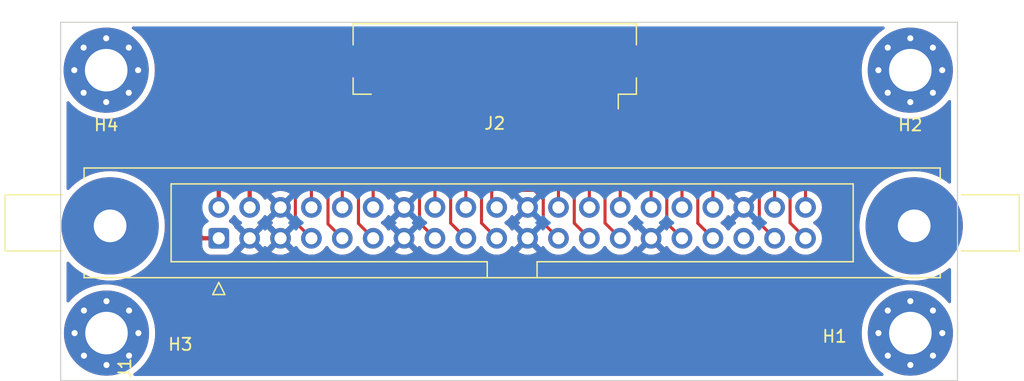
<source format=kicad_pcb>
(kicad_pcb (version 20221018) (generator pcbnew)
  (layers (0 "F.Cu" signal) (31 "B.Cu" signal) (34 "B.Paste" user) (35 "F.Paste" user) (36 "B.SilkS" user "B.Silkscreen") (37 "F.SilkS" user "F.Silkscreen") (38 "B.Mask" user) (39 "F.Mask" user) (44 "Edge.Cuts" user))
  (net 0 "")
  (net 1 "GND")
  (net 2 "LED+")
  (net 3 "+3.3V")
  (net 4 "LCD_R2")
  (net 5 "LCD_R3")
  (net 6 "LCD_R4")
  (net 7 "LCD_R5")
  (net 8 "LCD_R6")
  (net 9 "LCD_R7")
  (net 10 "LCD_G2")
  (net 11 "LCD_G3")
  (net 12 "LCD_G4")
  (net 13 "LCD_G5")
  (net 14 "LCD_G6")
  (net 15 "LCD_G7")
  (net 16 "LCD_B2")
  (net 17 "LDC_B3")
  (net 18 "LCD_B4")
  (net 19 "LCD_B5")
  (net 20 "LCD_B6")
  (net 21 "LCD_B7")
  (net 22 "LCD_CLK")
  (net 23 "LCD_BACK_LIGHT")
  (net 24 "LCD_HS")
  (net 25 "LCD_VS")
  (net 26 "LCD_DE")
  (net 28 "/Touch_X+")
  (net 29 "/Touch_Y-")
  (net 30 "/Touch_X-")
  (net 31 "/Touch_Y+")
  (net 32 "/LED-")
  (footprint "MLC_K6:PHL_2x20_Vertical" (layer "F.Cu") (at 113.1 100.63 90)
    (fp_text reference "J1" (at -10.7 -7.73 90 unlocked) (layer "F.SilkS"))
    (fp_text value "PHL-2*20-STRAIGHT-2.54mm")
    (fp_line (start -4.63 -0.5) (end -4.63 0.5) (stroke (width 0.12)) (layer "F.SilkS"))
    (fp_line (start -4.63 0.5) (end -3.63 0) (stroke (width 0.12)) (layer "F.SilkS"))
    (fp_line (start -3.63 0) (end -4.63 -0.5) (stroke (width 0.12)) (layer "F.SilkS"))
    (fp_line (start -3.24 -11.08) (end -3.24 59.34) (stroke (width 0.12)) (layer "F.SilkS"))
    (fp_line (start -3.24 22.08) (end -1.93 22.08) (stroke (width 0.12)) (layer "F.SilkS"))
    (fp_line (start -3.24 59.34) (end -2.87 59.34) (stroke (width 0.12)) (layer "F.SilkS"))
    (fp_line (start -2.87 -11.08) (end -3.24 -11.08) (stroke (width 0.12)) (layer "F.SilkS"))
    (fp_line (start -1.93 -3.92) (end 4.47 -3.92) (stroke (width 0.12)) (layer "F.SilkS"))
    (fp_line (start -1.93 22.08) (end -1.93 -3.92) (stroke (width 0.12)) (layer "F.SilkS"))
    (fp_line (start -1.93 26.18) (end -3.24 26.18) (stroke (width 0.12)) (layer "F.SilkS"))
    (fp_line (start -1.93 26.18) (end -1.93 26.18) (stroke (width 0.12)) (layer "F.SilkS"))
    (fp_line (start -1.93 52.18) (end -1.93 26.18) (stroke (width 0.12)) (layer "F.SilkS"))
    (fp_line (start -1.04 -17.58) (end 3.58 -17.58) (stroke (width 0.12)) (layer "F.SilkS"))
    (fp_line (start -1.04 -12.83) (end -1.04 -17.58) (stroke (width 0.12)) (layer "F.SilkS"))
    (fp_line (start -1.04 61.09) (end -1.04 65.84) (stroke (width 0.12)) (layer "F.SilkS"))
    (fp_line (start -1.04 65.84) (end 3.58 65.84) (stroke (width 0.12)) (layer "F.SilkS"))
    (fp_line (start 3.58 -17.58) (end 3.58 -12.83) (stroke (width 0.12)) (layer "F.SilkS"))
    (fp_line (start 3.58 65.84) (end 3.58 61.09) (stroke (width 0.12)) (layer "F.SilkS"))
    (fp_line (start 4.47 -3.92) (end 4.47 52.18) (stroke (width 0.12)) (layer "F.SilkS"))
    (fp_line (start 4.47 52.18) (end -1.93 52.18) (stroke (width 0.12)) (layer "F.SilkS"))
    (fp_line (start 4.91 -11.08) (end 5.78 -11.08) (stroke (width 0.12)) (layer "F.SilkS"))
    (fp_line (start 5.78 -11.08) (end 5.78 59.34) (stroke (width 0.12)) (layer "F.SilkS"))
    (fp_line (start 5.78 59.34) (end 4.91 59.34) (stroke (width 0.12)) (layer "F.SilkS"))
    (pad "1" thru_hole roundrect (at 0 0 90) (size 1.7 1.7) (drill 1) (layers "*.Cu" "*.Mask") (roundrect_rratio 0.147059) (net 32 "/LED-"))
    (pad "2" thru_hole circle (at 2.54 0 90) (size 1.7 1.7) (drill 1) (layers "*.Cu" "*.Mask") (net 2 "LED+"))
    (pad "3" thru_hole circle (at 0 2.54 90) (size 1.7 1.7) (drill 1) (layers "*.Cu" "*.Mask") (net 1 "GND"))
    (pad "4" thru_hole circle (at 2.54 2.54 90) (size 1.7 1.7) (drill 1) (layers "*.Cu" "*.Mask") (net 3 "+3.3V"))
    (pad "5" thru_hole circle (at 0 5.08 90) (size 1.7 1.7) (drill 1) (layers "*.Cu" "*.Mask") (net 1 "GND"))
    (pad "6" thru_hole circle (at 2.54 5.08 90) (size 1.7 1.7) (drill 1) (layers "*.Cu" "*.Mask") (net 1 "GND"))
    (pad "7" thru_hole circle (at 0 7.62 90) (size 1.7 1.7) (drill 1) (layers "*.Cu" "*.Mask") (net 4 "LCD_R2"))
    (pad "8" thru_hole circle (at 2.54 7.62 90) (size 1.7 1.7) (drill 1) (layers "*.Cu" "*.Mask") (net 5 "LCD_R3"))
    (pad "9" thru_hole circle (at 0 10.16 90) (size 1.7 1.7) (drill 1) (layers "*.Cu" "*.Mask") (net 6 "LCD_R4"))
    (pad "10" thru_hole circle (at 2.54 10.16 90) (size 1.7 1.7) (drill 1) (layers "*.Cu" "*.Mask") (net 7 "LCD_R5"))
    (pad "11" thru_hole circle (at 0 12.7 90) (size 1.7 1.7) (drill 1) (layers "*.Cu" "*.Mask") (net 8 "LCD_R6"))
    (pad "12" thru_hole circle (at 2.54 12.7 90) (size 1.7 1.7) (drill 1) (layers "*.Cu" "*.Mask") (net 9 "LCD_R7"))
    (pad "13" thru_hole circle (at 0 15.24 90) (size 1.7 1.7) (drill 1) (layers "*.Cu" "*.Mask") (net 1 "GND"))
    (pad "14" thru_hole circle (at 2.54 15.24 90) (size 1.7 1.7) (drill 1) (layers "*.Cu" "*.Mask") (net 1 "GND"))
    (pad "15" thru_hole circle (at 0 17.78 90) (size 1.7 1.7) (drill 1) (layers "*.Cu" "*.Mask") (net 10 "LCD_G2"))
    (pad "16" thru_hole circle (at 2.54 17.78 90) (size 1.7 1.7) (drill 1) (layers "*.Cu" "*.Mask") (net 11 "LCD_G3"))
    (pad "17" thru_hole circle (at 0 20.32 90) (size 1.7 1.7) (drill 1) (layers "*.Cu" "*.Mask") (net 12 "LCD_G4"))
    (pad "18" thru_hole circle (at 2.54 20.32 90) (size 1.7 1.7) (drill 1) (layers "*.Cu" "*.Mask") (net 13 "LCD_G5"))
    (pad "19" thru_hole circle (at 0 22.86 90) (size 1.7 1.7) (drill 1) (layers "*.Cu" "*.Mask") (net 14 "LCD_G6"))
    (pad "20" thru_hole circle (at 2.54 22.86 90) (size 1.7 1.7) (drill 1) (layers "*.Cu" "*.Mask") (net 15 "LCD_G7"))
    (pad "21" thru_hole circle (at 0 25.4 90) (size 1.7 1.7) (drill 1) (layers "*.Cu" "*.Mask") (net 1 "GND"))
    (pad "22" thru_hole circle (at 2.54 25.4 90) (size 1.7 1.7) (drill 1) (layers "*.Cu" "*.Mask") (net 1 "GND"))
    (pad "23" thru_hole circle (at 0 27.94 90) (size 1.7 1.7) (drill 1) (layers "*.Cu" "*.Mask") (net 16 "LCD_B2"))
    (pad "24" thru_hole circle (at 2.54 27.94 90) (size 1.7 1.7) (drill 1) (layers "*.Cu" "*.Mask") (net 17 "LDC_B3"))
    (pad "25" thru_hole circle (at 0 30.48 90) (size 1.7 1.7) (drill 1) (layers "*.Cu" "*.Mask") (net 18 "LCD_B4"))
    (pad "26" thru_hole circle (at 2.54 30.48 90) (size 1.7 1.7) (drill 1) (layers "*.Cu" "*.Mask") (net 19 "LCD_B5"))
    (pad "27" thru_hole circle (at 0 33.02 90) (size 1.7 1.7) (drill 1) (layers "*.Cu" "*.Mask") (net 20 "LCD_B6"))
    (pad "28" thru_hole circle (at 2.54 33.02 90) (size 1.7 1.7) (drill 1) (layers "*.Cu" "*.Mask") (net 21 "LCD_B7"))
    (pad "29" thru_hole circle (at 0 35.56 90) (size 1.7 1.7) (drill 1) (layers "*.Cu" "*.Mask") (net 1 "GND"))
    (pad "30" thru_hole circle (at 2.54 35.56 90) (size 1.7 1.7) (drill 1) (layers "*.Cu" "*.Mask") (net 22 "LCD_CLK"))
    (pad "31" thru_hole circle (at 0 38.1 90) (size 1.7 1.7) (drill 1) (layers "*.Cu" "*.Mask") (net 23 "LCD_BACK_LIGHT"))
    (pad "32" thru_hole circle (at 2.54 38.1 90) (size 1.7 1.7) (drill 1) (layers "*.Cu" "*.Mask") (net 24 "LCD_HS"))
    (pad "33" thru_hole circle (at 0 40.64 90) (size 1.7 1.7) (drill 1) (layers "*.Cu" "*.Mask") (net 25 "LCD_VS"))
    (pad "34" thru_hole circle (at 2.54 40.64 90) (size 1.7 1.7) (drill 1) (layers "*.Cu" "*.Mask") (net 26 "LCD_DE"))
    (pad "35" thru_hole circle (at 0 43.18 90) (size 1.7 1.7) (drill 1) (layers "*.Cu" "*.Mask"))
    (pad "36" thru_hole circle (at 2.54 43.18 90) (size 1.7 1.7) (drill 1) (layers "*.Cu" "*.Mask") (net 1 "GND"))
    (pad "37" thru_hole circle (at 0 45.72 90) (size 1.7 1.7) (drill 1) (layers "*.Cu" "*.Mask") (net 28 "/Touch_X+"))
    (pad "38" thru_hole circle (at 2.54 45.72 90) (size 1.7 1.7) (drill 1) (layers "*.Cu" "*.Mask") (net 29 "/Touch_Y-"))
    (pad "39" thru_hole circle (at 0 48.26 90) (size 1.7 1.7) (drill 1) (layers "*.Cu" "*.Mask") (net 30 "/Touch_X-"))
    (pad "40" thru_hole circle (at 2.54 48.26 90) (size 1.7 1.7) (drill 1) (layers "*.Cu" "*.Mask") (net 31 "/Touch_Y+"))
    (pad "MP" thru_hole circle (at 1.02 -8.94 90) (size 8 8) (drill 2.69) (layers "*.Cu" "*.Mask"))
    (pad "MP" thru_hole circle (at 1.02 57.2 90) (size 8 8) (drill 2.69) (layers "*.Cu" "*.Mask"))
  )
  (footprint "MountingHole:MountingHole_3.5mm_Pad_Via" (layer "F.Cu") (at 169.98 86.805 180)
    (fp_text reference "H2" (at 0 -4.5) (layer "F.SilkS"))
    (fp_text value "MountingHole")
    (pad "1" thru_hole circle (at -2.625 0 180) (size 0.8 0.8) (drill 0.5) (layers "*.Cu" "*.Mask"))
    (pad "1" thru_hole circle (at -1.856155 -1.856155 180) (size 0.8 0.8) (drill 0.5) (layers "*.Cu" "*.Mask"))
    (pad "1" thru_hole circle (at -1.856155 1.856155 180) (size 0.8 0.8) (drill 0.5) (layers "*.Cu" "*.Mask"))
    (pad "1" thru_hole circle (at 0 -2.625 180) (size 0.8 0.8) (drill 0.5) (layers "*.Cu" "*.Mask"))
    (pad "1" thru_hole circle (at 0 0 180) (size 7 7) (drill 3.5) (layers "*.Cu" "*.Mask"))
    (pad "1" thru_hole circle (at 0 2.625 180) (size 0.8 0.8) (drill 0.5) (layers "*.Cu" "*.Mask"))
    (pad "1" thru_hole circle (at 1.856155 -1.856155 180) (size 0.8 0.8) (drill 0.5) (layers "*.Cu" "*.Mask"))
    (pad "1" thru_hole circle (at 1.856155 1.856155 180) (size 0.8 0.8) (drill 0.5) (layers "*.Cu" "*.Mask"))
    (pad "1" thru_hole circle (at 2.625 0 180) (size 0.8 0.8) (drill 0.5) (layers "*.Cu" "*.Mask"))
  )
  (footprint "MountingHole:MountingHole_3.5mm_Pad_Via" (layer "F.Cu") (at 103.84 86.805 180)
    (fp_text reference "H4" (at 0 -4.5) (layer "F.SilkS"))
    (fp_text value "MountingHole")
    (pad "1" thru_hole circle (at -2.625 0 180) (size 0.8 0.8) (drill 0.5) (layers "*.Cu" "*.Mask"))
    (pad "1" thru_hole circle (at -1.856155 -1.856155 180) (size 0.8 0.8) (drill 0.5) (layers "*.Cu" "*.Mask"))
    (pad "1" thru_hole circle (at -1.856155 1.856155 180) (size 0.8 0.8) (drill 0.5) (layers "*.Cu" "*.Mask"))
    (pad "1" thru_hole circle (at 0 -2.625 180) (size 0.8 0.8) (drill 0.5) (layers "*.Cu" "*.Mask"))
    (pad "1" thru_hole circle (at 0 0 180) (size 7 7) (drill 3.5) (layers "*.Cu" "*.Mask"))
    (pad "1" thru_hole circle (at 0 2.625 180) (size 0.8 0.8) (drill 0.5) (layers "*.Cu" "*.Mask"))
    (pad "1" thru_hole circle (at 1.856155 -1.856155 180) (size 0.8 0.8) (drill 0.5) (layers "*.Cu" "*.Mask"))
    (pad "1" thru_hole circle (at 1.856155 1.856155 180) (size 0.8 0.8) (drill 0.5) (layers "*.Cu" "*.Mask"))
    (pad "1" thru_hole circle (at 2.625 0 180) (size 0.8 0.8) (drill 0.5) (layers "*.Cu" "*.Mask"))
  )
  (footprint "MLC_K7:FPC-40way_P0.50mm_Horizontal" (layer "F.Cu") (at 135.8 87.48 180)
    (fp_text reference "J2" (at 0 -3.7) (layer "F.SilkS"))
    (fp_text value "Conn_01x40_Socket")
    (fp_line (start -11.65 -1.3) (end -11.65 0.04) (stroke (width 0.12)) (layer "F.SilkS"))
    (fp_line (start -11.65 2.76) (end -11.65 4.5) (stroke (width 0.12)) (layer "F.SilkS"))
    (fp_line (start -11.65 4.5) (end 11.65 4.5) (stroke (width 0.12)) (layer "F.SilkS"))
    (fp_line (start -10.16 -1.3) (end -11.65 -1.3) (stroke (width 0.12)) (layer "F.SilkS"))
    (fp_line (start -10.16 -1.3) (end -10.16 -2.5) (stroke (width 0.12)) (layer "F.SilkS"))
    (fp_line (start 10.16 -1.3) (end 11.65 -1.3) (stroke (width 0.12)) (layer "F.SilkS"))
    (fp_line (start 11.65 -1.3) (end 11.65 0.04) (stroke (width 0.12)) (layer "F.SilkS"))
    (fp_line (start 11.65 4.5) (end 11.65 2.76) (stroke (width 0.12)) (layer "F.SilkS"))
    (pad "1" smd rect (at 9.75 -1.85 180) (size 0.3 1.3) (layers "F.Cu" "F.Paste" "F.Mask") (net 32 "/LED-"))
    (pad "2" smd rect (at 9.25 -1.85 180) (size 0.3 1.3) (layers "F.Cu" "F.Paste" "F.Mask") (net 2 "LED+"))
    (pad "3" smd rect (at 8.75 -1.85 180) (size 0.3 1.3) (layers "F.Cu" "F.Paste" "F.Mask") (net 1 "GND"))
    (pad "4" smd rect (at 8.25 -1.85 180) (size 0.3 1.3) (layers "F.Cu" "F.Paste" "F.Mask") (net 3 "+3.3V"))
    (pad "5" smd rect (at 7.75 -1.85 180) (size 0.3 1.3) (layers "F.Cu" "F.Paste" "F.Mask") (net 1 "GND"))
    (pad "6" smd rect (at 7.25 -1.85 180) (size 0.3 1.3) (layers "F.Cu" "F.Paste" "F.Mask") (net 1 "GND"))
    (pad "7" smd rect (at 6.75 -1.85 180) (size 0.3 1.3) (layers "F.Cu" "F.Paste" "F.Mask") (net 4 "LCD_R2"))
    (pad "8" smd rect (at 6.25 -1.85 180) (size 0.3 1.3) (layers "F.Cu" "F.Paste" "F.Mask") (net 5 "LCD_R3"))
    (pad "9" smd rect (at 5.75 -1.85 180) (size 0.3 1.3) (layers "F.Cu" "F.Paste" "F.Mask") (net 6 "LCD_R4"))
    (pad "10" smd rect (at 5.25 -1.85 180) (size 0.3 1.3) (layers "F.Cu" "F.Paste" "F.Mask") (net 7 "LCD_R5"))
    (pad "11" smd rect (at 4.75 -1.85 180) (size 0.3 1.3) (layers "F.Cu" "F.Paste" "F.Mask") (net 8 "LCD_R6"))
    (pad "12" smd rect (at 4.25 -1.85 180) (size 0.3 1.3) (layers "F.Cu" "F.Paste" "F.Mask") (net 9 "LCD_R7"))
    (pad "13" smd rect (at 3.75 -1.85 180) (size 0.3 1.3) (layers "F.Cu" "F.Paste" "F.Mask") (net 1 "GND"))
    (pad "14" smd rect (at 3.25 -1.85 180) (size 0.3 1.3) (layers "F.Cu" "F.Paste" "F.Mask") (net 1 "GND"))
    (pad "15" smd rect (at 2.75 -1.85 180) (size 0.3 1.3) (layers "F.Cu" "F.Paste" "F.Mask") (net 10 "LCD_G2"))
    (pad "16" smd rect (at 2.25 -1.85 180) (size 0.3 1.3) (layers "F.Cu" "F.Paste" "F.Mask") (net 11 "LCD_G3"))
    (pad "17" smd rect (at 1.75 -1.85 180) (size 0.3 1.3) (layers "F.Cu" "F.Paste" "F.Mask") (net 12 "LCD_G4"))
    (pad "18" smd rect (at 1.25 -1.85 180) (size 0.3 1.3) (layers "F.Cu" "F.Paste" "F.Mask") (net 13 "LCD_G5"))
    (pad "19" smd rect (at 0.75 -1.85 180) (size 0.3 1.3) (layers "F.Cu" "F.Paste" "F.Mask") (net 14 "LCD_G6"))
    (pad "20" smd rect (at 0.25 -1.85 180) (size 0.3 1.3) (layers "F.Cu" "F.Paste" "F.Mask") (net 15 "LCD_G7"))
    (pad "21" smd rect (at -0.25 -1.85 180) (size 0.3 1.3) (layers "F.Cu" "F.Paste" "F.Mask") (net 1 "GND"))
    (pad "22" smd rect (at -0.75 -1.85 180) (size 0.3 1.3) (layers "F.Cu" "F.Paste" "F.Mask") (net 1 "GND"))
    (pad "23" smd rect (at -1.25 -1.85 180) (size 0.3 1.3) (layers "F.Cu" "F.Paste" "F.Mask") (net 16 "LCD_B2"))
    (pad "24" smd rect (at -1.75 -1.85 180) (size 0.3 1.3) (layers "F.Cu" "F.Paste" "F.Mask") (net 17 "LDC_B3"))
    (pad "25" smd rect (at -2.25 -1.85 180) (size 0.3 1.3) (layers "F.Cu" "F.Paste" "F.Mask") (net 18 "LCD_B4"))
    (pad "26" smd rect (at -2.75 -1.85 180) (size 0.3 1.3) (layers "F.Cu" "F.Paste" "F.Mask") (net 19 "LCD_B5"))
    (pad "27" smd rect (at -3.25 -1.85 180) (size 0.3 1.3) (layers "F.Cu" "F.Paste" "F.Mask") (net 20 "LCD_B6"))
    (pad "28" smd rect (at -3.75 -1.85 180) (size 0.3 1.3) (layers "F.Cu" "F.Paste" "F.Mask") (net 21 "LCD_B7"))
    (pad "29" smd rect (at -4.25 -1.85 180) (size 0.3 1.3) (layers "F.Cu" "F.Paste" "F.Mask") (net 1 "GND"))
    (pad "30" smd rect (at -4.75 -1.85 180) (size 0.3 1.3) (layers "F.Cu" "F.Paste" "F.Mask") (net 22 "LCD_CLK"))
    (pad "31" smd rect (at -5.25 -1.85 180) (size 0.3 1.3) (layers "F.Cu" "F.Paste" "F.Mask") (net 23 "LCD_BACK_LIGHT"))
    (pad "32" smd rect (at -5.75 -1.85 180) (size 0.3 1.3) (layers "F.Cu" "F.Paste" "F.Mask") (net 24 "LCD_HS"))
    (pad "33" smd rect (at -6.25 -1.85 180) (size 0.3 1.3) (layers "F.Cu" "F.Paste" "F.Mask") (net 25 "LCD_VS"))
    (pad "34" smd rect (at -6.75 -1.85 180) (size 0.3 1.3) (layers "F.Cu" "F.Paste" "F.Mask") (net 26 "LCD_DE"))
    (pad "35" smd rect (at -7.25 -1.85 180) (size 0.3 1.3) (layers "F.Cu" "F.Paste" "F.Mask"))
    (pad "36" smd rect (at -7.75 -1.85 180) (size 0.3 1.3) (layers "F.Cu" "F.Paste" "F.Mask") (net 1 "GND"))
    (pad "37" smd rect (at -8.25 -1.85 180) (size 0.3 1.3) (layers "F.Cu" "F.Paste" "F.Mask") (net 28 "/Touch_X+"))
    (pad "38" smd rect (at -8.75 -1.85 180) (size 0.3 1.3) (layers "F.Cu" "F.Paste" "F.Mask") (net 29 "/Touch_Y-"))
    (pad "39" smd rect (at -9.25 -1.85 180) (size 0.3 1.3) (layers "F.Cu" "F.Paste" "F.Mask") (net 30 "/Touch_X-"))
    (pad "40" smd rect (at -9.75 -1.85 180) (size 0.3 1.3) (layers "F.Cu" "F.Paste" "F.Mask") (net 31 "/Touch_Y+"))
    (pad "MP" smd rect (at -11.65 1.4 180) (size 1.8 2.2) (layers "F.Cu" "F.Paste" "F.Mask"))
    (pad "MP" smd rect (at 11.65 1.4 180) (size 1.8 2.2) (layers "F.Cu" "F.Paste" "F.Mask"))
  )
  (footprint "MountingHole:MountingHole_3.5mm_Pad_Via" (layer "F.Cu") (at 103.865 108.43 180)
    (fp_text reference "H3" (at -6.075 -0.93) (layer "F.SilkS"))
    (fp_text value "MountingHole")
    (pad "1" thru_hole circle (at -2.625 0 180) (size 0.8 0.8) (drill 0.5) (layers "*.Cu" "*.Mask"))
    (pad "1" thru_hole circle (at -1.856155 -1.856155 180) (size 0.8 0.8) (drill 0.5) (layers "*.Cu" "*.Mask"))
    (pad "1" thru_hole circle (at -1.856155 1.856155 180) (size 0.8 0.8) (drill 0.5) (layers "*.Cu" "*.Mask"))
    (pad "1" thru_hole circle (at 0 -2.625 180) (size 0.8 0.8) (drill 0.5) (layers "*.Cu" "*.Mask"))
    (pad "1" thru_hole circle (at 0 0 180) (size 7 7) (drill 3.5) (layers "*.Cu" "*.Mask"))
    (pad "1" thru_hole circle (at 0 2.625 180) (size 0.8 0.8) (drill 0.5) (layers "*.Cu" "*.Mask"))
    (pad "1" thru_hole circle (at 1.856155 -1.856155 180) (size 0.8 0.8) (drill 0.5) (layers "*.Cu" "*.Mask"))
    (pad "1" thru_hole circle (at 1.856155 1.856155 180) (size 0.8 0.8) (drill 0.5) (layers "*.Cu" "*.Mask"))
    (pad "1" thru_hole circle (at 2.625 0 180) (size 0.8 0.8) (drill 0.5) (layers "*.Cu" "*.Mask"))
  )
  (footprint "MountingHole:MountingHole_3.5mm_Pad_Via" (layer "F.Cu") (at 169.985 108.43 180)
    (fp_text reference "H1" (at 6.235 -0.27) (layer "F.SilkS"))
    (fp_text value "MountingHole")
    (pad "1" thru_hole circle (at -2.625 0 180) (size 0.8 0.8) (drill 0.5) (layers "*.Cu" "*.Mask"))
    (pad "1" thru_hole circle (at -1.856155 -1.856155 180) (size 0.8 0.8) (drill 0.5) (layers "*.Cu" "*.Mask"))
    (pad "1" thru_hole circle (at -1.856155 1.856155 180) (size 0.8 0.8) (drill 0.5) (layers "*.Cu" "*.Mask"))
    (pad "1" thru_hole circle (at 0 -2.625 180) (size 0.8 0.8) (drill 0.5) (layers "*.Cu" "*.Mask"))
    (pad "1" thru_hole circle (at 0 0 180) (size 7 7) (drill 3.5) (layers "*.Cu" "*.Mask"))
    (pad "1" thru_hole circle (at 0 2.625 180) (size 0.8 0.8) (drill 0.5) (layers "*.Cu" "*.Mask"))
    (pad "1" thru_hole circle (at 1.856155 -1.856155 180) (size 0.8 0.8) (drill 0.5) (layers "*.Cu" "*.Mask"))
    (pad "1" thru_hole circle (at 1.856155 1.856155 180) (size 0.8 0.8) (drill 0.5) (layers "*.Cu" "*.Mask"))
    (pad "1" thru_hole circle (at 2.625 0 180) (size 0.8 0.8) (drill 0.5) (layers "*.Cu" "*.Mask"))
  )
  (gr_line (start 173.86 82.87) (end 173.86 112.34) (stroke (width 0.1)) (layer "Edge.Cuts"))
  (gr_line (start 100.09 112.34) (end 100.09 82.91) (stroke (width 0.1)) (layer "Edge.Cuts"))
  (gr_line (start 100.09 82.87) (end 173.86 82.87) (stroke (width 0.1)) (layer "Edge.Cuts"))
  (gr_line (start 173.86 112.34) (end 100.09 112.34) (stroke (width 0.1)) (layer "Edge.Cuts"))
  (segment (start 140.05 89.33) (end 140.05 87.97) (width 0.254) (layer "F.Cu") (net 1))
  (segment (start 128.55 87.98) (end 128.62 87.91) (width 0.254) (layer "F.Cu") (net 1))
  (segment (start 132.05 87.81) (end 132 87.76) (width 0.254) (layer "F.Cu") (net 1))
  (segment (start 132.05 89.33) (end 132.05 87.81) (width 0.254) (layer "F.Cu") (net 1))
  (segment (start 132.55 87.73) (end 132.26 87.44) (width 0.254) (layer "F.Cu") (net 1))
  (segment (start 140.05 87.97) (end 139.93 87.85) (width 0.254) (layer "F.Cu") (net 1))
  (segment (start 136.05 89.33) (end 136.05 87.3) (width 0.254) (layer "F.Cu") (net 1))
  (segment (start 143.55 89.33) (end 143.55 87.97) (width 0.254) (layer "F.Cu") (net 1))
  (segment (start 128.05 89.33) (end 128.05 87.77) (width 0.254) (layer "F.Cu") (net 1))
  (segment (start 132.55 89.33) (end 132.55 87.73) (width 0.254) (layer "F.Cu") (net 1))
  (segment (start 127.05 89.33) (end 127.05 87.83) (width 0.254) (layer "F.Cu") (net 1))
  (segment (start 127.05 87.83) (end 127.1 87.78) (width 0.254) (layer "F.Cu") (net 1))
  (segment (start 128.05 87.77) (end 127.99 87.71) (width 0.254) (layer "F.Cu") (net 1))
  (segment (start 136.05 87.3) (end 135.93 87.18) (width 0.254) (layer "F.Cu") (net 1))
  (segment (start 143.55 87.97) (end 143.74 87.78) (width 0.254) (layer "F.Cu") (net 1))
  (segment (start 136.55 87.44) (end 136.38 87.27) (width 0.254) (layer "F.Cu") (net 1))
  (segment (start 128.55 89.33) (end 128.55 87.98) (width 0.254) (layer "F.Cu") (net 1))
  (segment (start 136.55 89.33) (end 136.55 87.44) (width 0.254) (layer "F.Cu") (net 1))
  (segment (start 126.55 90.6) (end 126.55 89.33) (width 0.254) (layer "F.Cu") (net 2))
  (segment (start 113.86 90.82) (end 113.1 91.58) (width 0.35) (layer "F.Cu") (net 2))
  (segment (start 126.33 90.82) (end 113.86 90.82) (width 0.35) (layer "F.Cu") (net 2))
  (segment (start 126.55 90.6) (end 126.33 90.82) (width 0.35) (layer "F.Cu") (net 2))
  (segment (start 113.1 91.58) (end 113.1 98.09) (width 0.35) (layer "F.Cu") (net 2))
  (segment (start 116.21 91.61) (end 116.34 91.48) (width 0.35) (layer "F.Cu") (net 3))
  (segment (start 121.42 91.48) (end 127.1 91.48) (width 0.35) (layer "F.Cu") (net 3))
  (segment (start 116.34 91.48) (end 121.42 91.48) (width 0.35) (layer "F.Cu") (net 3))
  (segment (start 115.64 92.18) (end 116.21 91.61) (width 0.35) (layer "F.Cu") (net 3))
  (segment (start 127.55 91.03) (end 127.55 89.33) (width 0.254) (layer "F.Cu") (net 3))
  (segment (start 115.64 98.09) (end 115.64 92.18) (width 0.35) (layer "F.Cu") (net 3))
  (segment (start 127.1 91.48) (end 127.55 91.03) (width 0.35) (layer "F.Cu") (net 3))
  (segment (start 119.848 91.982) (end 128.678 91.982) (width 0.254) (layer "F.Cu") (net 4))
  (segment (start 129.05 91.61) (end 129.05 89.33) (width 0.254) (layer "F.Cu") (net 4))
  (segment (start 120.72 100.63) (end 119.4 99.31) (width 0.254) (layer "F.Cu") (net 4))
  (segment (start 119.4 92.43) (end 119.848 91.982) (width 0.254) (layer "F.Cu") (net 4))
  (segment (start 119.4 99.31) (end 119.4 92.43) (width 0.254) (layer "F.Cu") (net 4))
  (segment (start 128.678 91.982) (end 129.05 91.61) (width 0.254) (layer "F.Cu") (net 4))
  (segment (start 129.55 92.22) (end 129.55 89.363) (width 0.254) (layer "F.Cu") (net 5))
  (segment (start 129.334 92.436) (end 129.55 92.22) (width 0.254) (layer "F.Cu") (net 5))
  (segment (start 120.72 98.09) (end 120.72 92.82) (width 0.254) (layer "F.Cu") (net 5))
  (segment (start 129.55 89.363) (end 129.573 89.34) (width 0.254) (layer "F.Cu") (net 5))
  (segment (start 120.72 92.82) (end 121.104 92.436) (width 0.254) (layer "F.Cu") (net 5))
  (segment (start 121.104 92.436) (end 129.334 92.436) (width 0.254) (layer "F.Cu") (net 5))
  (segment (start 130.06 89.34) (end 130.05 89.33) (width 0.254) (layer "F.Cu") (net 6))
  (segment (start 122.083 99.453) (end 122.083 93.187) (width 0.254) (layer "F.Cu") (net 6))
  (segment (start 122.083 93.187) (end 122.38 92.89) (width 0.254) (layer "F.Cu") (net 6))
  (segment (start 130.06 92.352052) (end 130.06 89.34) (width 0.254) (layer "F.Cu") (net 6))
  (segment (start 123.26 100.63) (end 122.083 99.453) (width 0.254) (layer "F.Cu") (net 6))
  (segment (start 129.522052 92.89) (end 130.06 92.352052) (width 0.254) (layer "F.Cu") (net 6))
  (segment (start 122.38 92.89) (end 129.522052 92.89) (width 0.254) (layer "F.Cu") (net 6))
  (segment (start 130.55 89.33) (end 130.55 92.504104) (width 0.254) (layer "F.Cu") (net 7))
  (segment (start 130.55 92.504104) (end 129.710104 93.344) (width 0.254) (layer "F.Cu") (net 7))
  (segment (start 123.26 93.94) (end 123.26 98.09) (width 0.254) (layer "F.Cu") (net 7))
  (segment (start 123.856 93.344) (end 123.26 93.94) (width 0.254) (layer "F.Cu") (net 7))
  (segment (start 129.710104 93.344) (end 123.856 93.344) (width 0.254) (layer "F.Cu") (net 7))
  (segment (start 131.05 92.646156) (end 129.898156 93.798) (width 0.254) (layer "F.Cu") (net 8))
  (segment (start 124.59 99.42) (end 125.8 100.63) (width 0.254) (layer "F.Cu") (net 8))
  (segment (start 125.242 93.798) (end 124.59 94.45) (width 0.254) (layer "F.Cu") (net 8))
  (segment (start 131.05 89.33) (end 131.05 92.646156) (width 0.254) (layer "F.Cu") (net 8))
  (segment (start 124.59 94.45) (end 124.59 99.42) (width 0.254) (layer "F.Cu") (net 8))
  (segment (start 129.898156 93.798) (end 125.242 93.798) (width 0.254) (layer "F.Cu") (net 8))
  (segment (start 130.086208 94.252) (end 126.198 94.252) (width 0.254) (layer "F.Cu") (net 9))
  (segment (start 131.55 89.33) (end 131.55 92.788208) (width 0.254) (layer "F.Cu") (net 9))
  (segment (start 126.198 94.252) (end 125.8 94.65) (width 0.254) (layer "F.Cu") (net 9))
  (segment (start 125.8 94.65) (end 125.8 98.09) (width 0.254) (layer "F.Cu") (net 9))
  (segment (start 131.55 92.788208) (end 130.086208 94.252) (width 0.254) (layer "F.Cu") (net 9))
  (segment (start 133.05 89.33) (end 133.05 92.04) (width 0.254) (layer "F.Cu") (net 10))
  (segment (start 129.61 95.48) (end 129.61 99.36) (width 0.254) (layer "F.Cu") (net 10))
  (segment (start 129.61 99.36) (end 130.88 100.63) (width 0.254) (layer "F.Cu") (net 10))
  (segment (start 133.05 92.04) (end 129.61 95.48) (width 0.254) (layer "F.Cu") (net 10))
  (segment (start 130.88 94.99) (end 130.88 98.09) (width 0.254) (layer "F.Cu") (net 11))
  (segment (start 133.55 89.33) (end 133.55 92.32) (width 0.254) (layer "F.Cu") (net 11))
  (segment (start 133.55 92.32) (end 130.88 94.99) (width 0.254) (layer "F.Cu") (net 11))
  (segment (start 132.17 99.38) (end 133.42 100.63) (width 0.254) (layer "F.Cu") (net 12))
  (segment (start 134.05 92.63) (end 132.17 94.51) (width 0.254) (layer "F.Cu") (net 12))
  (segment (start 132.17 94.51) (end 132.17 99.38) (width 0.254) (layer "F.Cu") (net 12))
  (segment (start 134.05 89.33) (end 134.05 92.63) (width 0.254) (layer "F.Cu") (net 12))
  (segment (start 134.55 89.33) (end 134.55 92.78) (width 0.254) (layer "F.Cu") (net 13))
  (segment (start 134.55 92.78) (end 133.42 93.91) (width 0.254) (layer "F.Cu") (net 13))
  (segment (start 133.42 93.91) (end 133.42 98.09) (width 0.254) (layer "F.Cu") (net 13))
  (segment (start 135.05 89.33) (end 135.05 92.922052) (width 0.254) (layer "F.Cu") (net 14))
  (segment (start 134.71 99.38) (end 135.96 100.63) (width 0.254) (layer "F.Cu") (net 14))
  (segment (start 134.71 93.262052) (end 134.71 99.38) (width 0.254) (layer "F.Cu") (net 14))
  (segment (start 135.05 92.922052) (end 134.71 93.262052) (width 0.254) (layer "F.Cu") (net 14))
  (segment (start 135.55 97.68) (end 135.96 98.09) (width 0.254) (layer "F.Cu") (net 15))
  (segment (start 135.55 89.33) (end 135.55 97.68) (width 0.254) (layer "F.Cu") (net 15))
  (segment (start 139.06 96.69) (end 139.79 97.42) (width 0.254) (layer "F.Cu") (net 16))
  (segment (start 139.79 97.42) (end 139.79 99.38) (width 0.254) (layer "F.Cu") (net 16))
  (segment (start 137.64 96.69) (end 139.06 96.69) (width 0.254) (layer "F.Cu") (net 16))
  (segment (start 137.05 96.1) (end 137.64 96.69) (width 0.254) (layer "F.Cu") (net 16))
  (segment (start 137.05 89.33) (end 137.05 96.1) (width 0.254) (layer "F.Cu") (net 16))
  (segment (start 139.79 99.38) (end 141.04 100.63) (width 0.254) (layer "F.Cu") (net 16))
  (segment (start 137.86 96.2) (end 140.83 96.2) (width 0.254) (layer "F.Cu") (net 17))
  (segment (start 141.04 96.41) (end 141.04 98.09) (width 0.254) (layer "F.Cu") (net 17))
  (segment (start 137.55 89.33) (end 137.55 95.89) (width 0.254) (layer "F.Cu") (net 17))
  (segment (start 140.83 96.2) (end 141.04 96.41) (width 0.254) (layer "F.Cu") (net 17))
  (segment (start 137.55 95.89) (end 137.86 96.2) (width 0.254) (layer "F.Cu") (net 17))
  (segment (start 141.92 95.67) (end 142.34 96.09) (width 0.254) (layer "F.Cu") (net 18))
  (segment (start 138.05 89.33) (end 138.04 89.33) (width 0.254) (layer "F.Cu") (net 18))
  (segment (start 142.34 96.09) (end 142.34 99.39) (width 0.254) (layer "F.Cu") (net 18))
  (segment (start 138.34 95.67) (end 141.92 95.67) (width 0.254) (layer "F.Cu") (net 18))
  (segment (start 138.04 89.33) (end 138.027 89.343) (width 0.254) (layer "F.Cu") (net 18))
  (segment (start 138.027 89.343) (end 138.027 95.357) (width 0.254) (layer "F.Cu") (net 18))
  (segment (start 142.34 99.39) (end 143.58 100.63) (width 0.254) (layer "F.Cu") (net 18))
  (segment (start 138.027 95.357) (end 138.34 95.67) (width 0.254) (layer "F.Cu") (net 18))
  (segment (start 142.7 95.13) (end 143.58 96.01) (width 0.254) (layer "F.Cu") (net 19))
  (segment (start 138.81 95.13) (end 142.7 95.13) (width 0.254) (layer "F.Cu") (net 19))
  (segment (start 138.55 89.33) (end 138.55 94.87) (width 0.254) (layer "F.Cu") (net 19))
  (segment (start 138.55 94.87) (end 138.81 95.13) (width 0.254) (layer "F.Cu") (net 19))
  (segment (start 143.58 96.01) (end 143.58 98.09) (width 0.254) (layer "F.Cu") (net 19))
  (segment (start 139.456 94.676) (end 144.216 94.676) (width 0.254) (layer "F.Cu") (net 20))
  (segment (start 139.05 89.33) (end 139.05 94.27) (width 0.254) (layer "F.Cu") (net 20))
  (segment (start 139.05 94.27) (end 139.456 94.676) (width 0.254) (layer "F.Cu") (net 20))
  (segment (start 144.87 99.38) (end 146.12 100.63) (width 0.254) (layer "F.Cu") (net 20))
  (segment (start 144.87 95.33) (end 144.87 99.38) (width 0.254) (layer "F.Cu") (net 20))
  (segment (start 144.216 94.676) (end 144.87 95.33) (width 0.254) (layer "F.Cu") (net 20))
  (segment (start 139.55 93.54) (end 140.18 94.17) (width 0.254) (layer "F.Cu") (net 21))
  (segment (start 140.18 94.17) (end 145.42 94.17) (width 0.254) (layer "F.Cu") (net 21))
  (segment (start 139.55 89.33) (end 139.55 93.54) (width 0.254) (layer "F.Cu") (net 21))
  (segment (start 146.12 94.87) (end 146.12 98.09) (width 0.254) (layer "F.Cu") (net 21))
  (segment (start 145.42 94.17) (end 146.12 94.87) (width 0.254) (layer "F.Cu") (net 21))
  (segment (start 147.996 93.716) (end 148.66 94.38) (width 0.254) (layer "F.Cu") (net 22))
  (segment (start 140.55 89.33) (end 140.55 93.26) (width 0.254) (layer "F.Cu") (net 22))
  (segment (start 141.006 93.716) (end 147.996 93.716) (width 0.254) (layer "F.Cu") (net 22))
  (segment (start 148.66 94.38) (end 148.66 98.09) (width 0.254) (layer "F.Cu") (net 22))
  (segment (start 140.55 93.26) (end 141.006 93.716) (width 0.254) (layer "F.Cu") (net 22))
  (segment (start 148.932 93.262) (end 149.95 94.28) (width 0.254) (layer "F.Cu") (net 23))
  (segment (start 141.05 92.8) (end 141.512 93.262) (width 0.254) (layer "F.Cu") (net 23))
  (segment (start 149.95 94.28) (end 149.95 99.38) (width 0.254) (layer "F.Cu") (net 23))
  (segment (start 141.05 89.33) (end 141.05 92.8) (width 0.254) (layer "F.Cu") (net 23))
  (segment (start 141.512 93.262) (end 148.932 93.262) (width 0.254) (layer "F.Cu") (net 23))
  (segment (start 149.95 99.38) (end 151.2 100.63) (width 0.254) (layer "F.Cu") (net 23))
  (segment (start 151.2 93.9) (end 151.2 98.09) (width 0.254) (layer "F.Cu") (net 24))
  (segment (start 141.988 92.808) (end 150.108 92.808) (width 0.254) (layer "F.Cu") (net 24))
  (segment (start 150.108 92.808) (end 151.2 93.9) (width 0.254) (layer "F.Cu") (net 24))
  (segment (start 141.55 89.33) (end 141.55 92.37) (width 0.254) (layer "F.Cu") (net 24))
  (segment (start 141.55 92.37) (end 141.988 92.808) (width 0.254) (layer "F.Cu") (net 24))
  (segment (start 151.744 92.354) (end 152.5 93.11) (width 0.254) (layer "F.Cu") (net 25))
  (segment (start 142.484 92.354) (end 151.744 92.354) (width 0.254) (layer "F.Cu") (net 25))
  (segment (start 142.05 91.92) (end 142.484 92.354) (width 0.254) (layer "F.Cu") (net 25))
  (segment (start 142.05 89.33) (end 142.05 91.92) (width 0.254) (layer "F.Cu") (net 25))
  (segment (start 152.5 93.11) (end 152.5 99.39) (width 0.254) (layer "F.Cu") (net 25))
  (segment (start 152.5 99.39) (end 153.74 100.63) (width 0.254) (layer "F.Cu") (net 25))
  (segment (start 152.99 91.9) (end 153.74 92.65) (width 0.254) (layer "F.Cu") (net 26))
  (segment (start 153.74 92.65) (end 153.74 98.09) (width 0.254) (layer "F.Cu") (net 26))
  (segment (start 142.55 91.49) (end 142.96 91.9) (width 0.254) (layer "F.Cu") (net 26))
  (segment (start 142.96 91.9) (end 152.99 91.9) (width 0.254) (layer "F.Cu") (net 26))
  (segment (start 142.55 89.33) (end 142.55 91.49) (width 0.254) (layer "F.Cu") (net 26))
  (segment (start 144.05 89.33) (end 144.05 91.236) (width 0.254) (layer "F.Cu") (net 28))
  (segment (start 144.26 91.446) (end 156.506 91.446) (width 0.254) (layer "F.Cu") (net 28))
  (segment (start 157.56 99.37) (end 158.82 100.63) (width 0.254) (layer "F.Cu") (net 28))
  (segment (start 156.506 91.446) (end 157.56 92.5) (width 0.254) (layer "F.Cu") (net 28))
  (segment (start 144.05 91.236) (end 144.26 91.446) (width 0.254) (layer "F.Cu") (net 28))
  (segment (start 157.56 92.5) (end 157.56 99.37) (width 0.254) (layer "F.Cu") (net 28))
  (segment (start 158.82 91.7) (end 158.82 98.09) (width 0.254) (layer "F.Cu") (net 29))
  (segment (start 144.55 89.33) (end 144.55 90.682) (width 0.254) (layer "F.Cu") (net 29))
  (segment (start 144.86 90.992) (end 158.112 90.992) (width 0.254) (layer "F.Cu") (net 29))
  (segment (start 158.112 90.992) (end 158.82 91.7) (width 0.254) (layer "F.Cu") (net 29))
  (segment (start 144.55 90.682) (end 144.86 90.992) (width 0.254) (layer "F.Cu") (net 29))
  (segment (start 145.05 90.234) (end 145.354 90.538) (width 0.254) (layer "F.Cu") (net 30))
  (segment (start 160.09 91.24) (end 160.09 99.36) (width 0.254) (layer "F.Cu") (net 30))
  (segment (start 159.388 90.538) (end 160.09 91.24) (width 0.254) (layer "F.Cu") (net 30))
  (segment (start 160.09 99.36) (end 161.36 100.63) (width 0.254) (layer "F.Cu") (net 30))
  (segment (start 145.354 90.538) (end 159.388 90.538) (width 0.254) (layer "F.Cu") (net 30))
  (segment (start 145.05 89.33) (end 145.05 90.234) (width 0.254) (layer "F.Cu") (net 30))
  (segment (start 161.36 90.28) (end 161.36 98.09) (width 0.254) (layer "F.Cu") (net 31))
  (segment (start 160.41 89.33) (end 161.36 90.28) (width 0.254) (layer "F.Cu") (net 31))
  (segment (start 145.55 89.33) (end 160.41 89.33) (width 0.254) (layer "F.Cu") (net 31))
  (segment (start 111.35 100.22) (end 110.84 99.71) (width 0.35) (layer "F.Cu") (net 32))
  (segment (start 111.9 89.32) (end 125.18 89.32) (width 0.35) (layer "F.Cu") (net 32))
  (segment (start 110.84 90.38) (end 111.35 89.87) (width 0.35) (layer "F.Cu") (net 32))
  (segment (start 125.18 89.32) (end 125.19 89.33) (width 0.254) (layer "F.Cu") (net 32))
  (segment (start 111.35 89.87) (end 111.9 89.32) (width 0.35) (layer "F.Cu") (net 32))
  (segment (start 110.84 99.71) (end 110.84 91.31) (width 0.35) (layer "F.Cu") (net 32))
  (segment (start 125.19 89.33) (end 126.05 89.33) (width 0.254) (layer "F.Cu") (net 32))
  (segment (start 113.1 100.63) (end 111.76 100.63) (width 0.35) (layer "F.Cu") (net 32))
  (segment (start 111.76 100.63) (end 111.35 100.22) (width 0.35) (layer "F.Cu") (net 32))
  (segment (start 110.84 91.31) (end 110.84 90.38) (width 0.35) (layer "F.Cu") (net 32))
  (zone (net 1) (net_name "GND") (layers "F&B.Cu") (connect_pads (clearance 0.5)) (min_thickness 0.25) (fill yes (thermal_gap 0.5) (thermal_bridge_width 0.5))
    (polygon (pts (xy 100.58 83.21) (xy 173.33 83.21) (xy 173.33 112.35) (xy 173.33 111.96) (xy 100.58 111.96)))
  )
)
</source>
